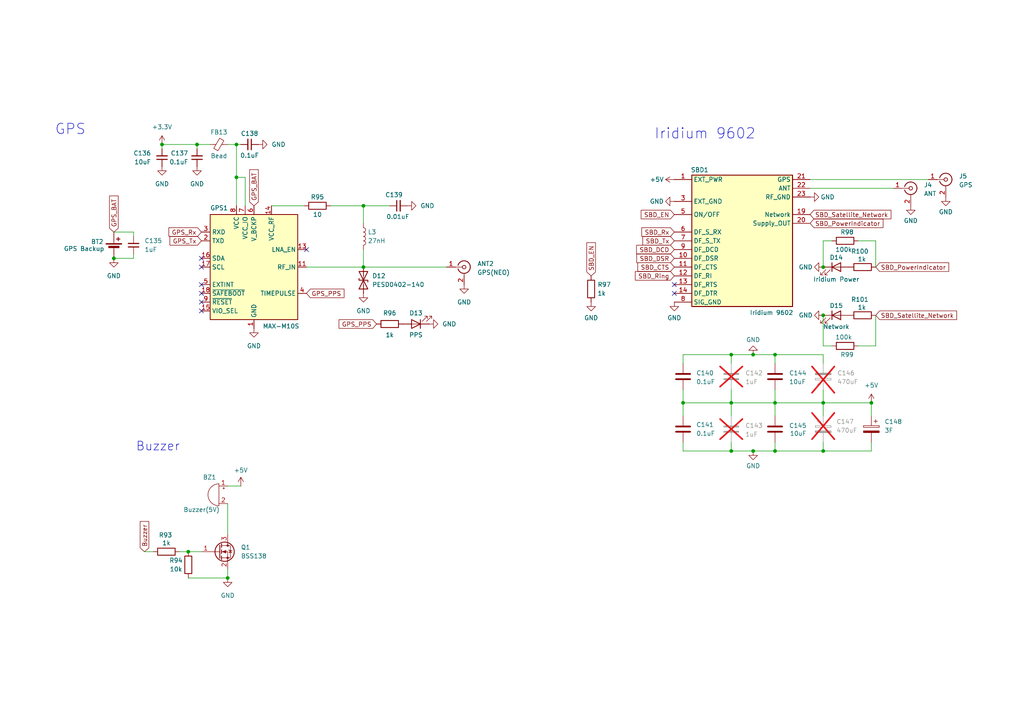
<source format=kicad_sch>
(kicad_sch (version 20250114) (generator "eeschema") (generator_version "9.0")
  (paper "A4")
  (title_block (title "Additional Parts") (date "2025-05-27") (rev "1.0") (company "Robotics"))
  (lib_symbols
    (symbol "Connector:Conn_Coaxial" (pin_names (offset 1.016) (hide yes))
      (property "Reference" "J" (at 0.254 3.048 0))
      (property "Value" "Conn_Coaxial" (at 2.921 0 90))
      (symbol "Conn_Coaxial_0_1"
        (polyline (pts (xy -2.54 0) (xy -0.508 0)))
        (arc (start 1.778 0) (mid 0.222 -1.8079) (end -1.778 -0.508) (stroke (width 0.254)))
        (arc (start -1.778 0.508) (mid 0.2221 1.8084) (end 1.778 0) (stroke (width 0.254)))
        (circle (center 0 0) (radius 0.508) (stroke (width 0.2032)))
        (polyline (pts (xy 0 -2.54) (xy 0 -1.778)))
      )
      (symbol "Conn_Coaxial_1_1"
        (pin passive line (at -5.08 0 0) (length 2.54) (name "In") (number "1"))
        (pin passive line (at 0 -5.08 90) (length 2.54) (name "Ext") (number "2"))
      )
    )
    (symbol "Device:Battery_Cell" (pin_numbers (hide yes)) (pin_names (offset 0) (hide yes))
      (property "Reference" "BT" (at 2.54 2.54 0))
      (property "Value" "Battery_Cell" (at 2.54 0 0))
      (symbol "Battery_Cell_0_1"
        (rectangle (start -2.286 1.778) (end 2.286 1.524) (fill (type outline)))
        (rectangle (start -1.524 1.016) (end 1.524 0.508) (fill (type outline)))
        (polyline (pts (xy 0 1.778) (xy 0 2.54)))
        (polyline (pts (xy 0 0.762) (xy 0 0)))
        (polyline (pts (xy 0.762 3.048) (xy 1.778 3.048)) (stroke (width 0.254)))
        (polyline (pts (xy 1.27 3.556) (xy 1.27 2.54)) (stroke (width 0.254)))
      )
      (symbol "Battery_Cell_1_1"
        (pin passive line (at 0 5.08 270) (length 2.54) (name "+") (number "1"))
        (pin passive line (at 0 -2.54 90) (length 2.54) (name "-") (number "2"))
      )
    )
    (symbol "Device:Buzzer" (pin_names (offset 0.0254) (hide yes))
      (property "Reference" "BZ" (at 3.81 1.27 0))
      (property "Value" "Buzzer" (at 3.81 -1.27 0))
      (symbol "Buzzer_0_1"
        (polyline (pts (xy -1.651 1.905) (xy -1.143 1.905)))
        (polyline (pts (xy -1.397 2.159) (xy -1.397 1.651)))
        (arc (start 0 3.175) (mid 3.1612 0) (end 0 -3.175))
        (polyline (pts (xy 0 3.175) (xy 0 -3.175)))
      )
      (symbol "Buzzer_1_1"
        (pin passive line (at -2.54 2.54 0) (length 2.54) (name "-") (number "1"))
        (pin passive line (at -2.54 -2.54 0) (length 2.54) (name "+") (number "2"))
      )
    )
    (symbol "Device:C" (pin_numbers (hide yes)) (pin_names (offset 0.254))
      (property "Reference" "C" (at 0.635 2.54 0))
      (property "Value" "C" (at 0.635 -2.54 0))
      (symbol "C_0_1"
        (polyline (pts (xy -2.032 0.762) (xy 2.032 0.762)) (stroke (width 0.508)))
        (polyline (pts (xy -2.032 -0.762) (xy 2.032 -0.762)) (stroke (width 0.508)))
      )
      (symbol "C_1_1"
        (pin passive line (at 0 3.81 270) (length 2.794) (name "~") (number "1"))
        (pin passive line (at 0 -3.81 90) (length 2.794) (name "~") (number "2"))
      )
    )
    (symbol "Device:C_Polarized" (pin_numbers (hide yes)) (pin_names (offset 0.254))
      (property "Reference" "C" (at 0.635 2.54 0))
      (property "Value" "C_Polarized" (at 0.635 -2.54 0))
      (symbol "C_Polarized_0_1"
        (rectangle (start -2.286 0.508) (end 2.286 1.016))
        (polyline (pts (xy -1.778 2.286) (xy -0.762 2.286)))
        (polyline (pts (xy -1.27 2.794) (xy -1.27 1.778)))
        (rectangle (start 2.286 -0.508) (end -2.286 -1.016) (fill (type outline)))
      )
      (symbol "C_Polarized_1_1"
        (pin passive line (at 0 3.81 270) (length 2.794) (name "~") (number "1"))
        (pin passive line (at 0 -3.81 90) (length 2.794) (name "~") (number "2"))
      )
    )
    (symbol "Device:C_Small" (pin_numbers (hide yes)) (pin_names (offset 0.254) (hide yes))
      (property "Reference" "C" (at 0.254 1.778 0))
      (property "Value" "C_Small" (at 0.254 -2.032 0))
      (symbol "C_Small_0_1"
        (polyline (pts (xy -1.524 0.508) (xy 1.524 0.508)) (stroke (width 0.3048)))
        (polyline (pts (xy -1.524 -0.508) (xy 1.524 -0.508)) (stroke (width 0.3302)))
      )
      (symbol "C_Small_1_1"
        (pin passive line (at 0 2.54 270) (length 2.032) (name "~") (number "1"))
        (pin passive line (at 0 -2.54 90) (length 2.032) (name "~") (number "2"))
      )
    )
    (symbol "Device:D_TVS" (pin_numbers (hide yes)) (pin_names (offset 1.016) (hide yes))
      (property "Reference" "D" (at 0 2.54 0))
      (property "Value" "D_TVS" (at 0 -2.54 0))
      (symbol "D_TVS_0_1"
        (polyline (pts (xy -2.54 1.27) (xy -2.54 -1.27) (xy 2.54 1.27) (xy 2.54 -1.27) (xy -2.54 1.27)) (stroke (width 0.254)))
        (polyline (pts (xy 0.508 1.27) (xy 0 1.27) (xy 0 -1.27) (xy -0.508 -1.27)) (stroke (width 0.254)))
        (polyline (pts (xy 1.27 0) (xy -1.27 0)))
      )
      (symbol "D_TVS_1_1"
        (pin passive line (at -3.81 0 0) (length 2.54) (name "A1") (number "1"))
        (pin passive line (at 3.81 0 180) (length 2.54) (name "A2") (number "2"))
      )
    )
    (symbol "Device:FerriteBead_Small" (pin_numbers (hide yes)) (pin_names (offset 0))
      (property "Reference" "FB" (at 1.905 1.27 0))
      (property "Value" "FerriteBead_Small" (at 1.905 -1.27 0))
      (symbol "FerriteBead_Small_0_1"
        (polyline (pts (xy -1.8288 0.2794) (xy -1.1176 1.4986) (xy 1.8288 -0.2032) (xy 1.1176 -1.4224) (xy -1.8288 0.2794)))
        (polyline (pts (xy 0 0.889) (xy 0 1.2954)))
        (polyline (pts (xy 0 -1.27) (xy 0 -0.7874)))
      )
      (symbol "FerriteBead_Small_1_1"
        (pin passive line (at 0 2.54 270) (length 1.27) (name "~") (number "1"))
        (pin passive line (at 0 -2.54 90) (length 1.27) (name "~") (number "2"))
      )
    )
    (symbol "Device:L" (pin_numbers (hide yes)) (pin_names (offset 1.016) (hide yes))
      (property "Reference" "L" (at -1.27 0 90))
      (property "Value" "L" (at 1.905 0 90))
      (symbol "L_0_1"
        (arc (start 0 2.54) (mid 0.6323 1.905) (end 0 1.27))
        (arc (start 0 1.27) (mid 0.6323 0.635) (end 0 0))
        (arc (start 0 0) (mid 0.6323 -0.635) (end 0 -1.27))
        (arc (start 0 -1.27) (mid 0.6323 -1.905) (end 0 -2.54))
      )
      (symbol "L_1_1"
        (pin passive line (at 0 3.81 270) (length 1.27) (name "1") (number "1"))
        (pin passive line (at 0 -3.81 90) (length 1.27) (name "2") (number "2"))
      )
    )
    (symbol "Device:LED" (pin_numbers (hide yes)) (pin_names (offset 1.016) (hide yes))
      (property "Reference" "D" (at 0 2.54 0))
      (property "Value" "LED" (at 0 -2.54 0))
      (symbol "LED_0_1"
        (polyline (pts (xy -3.048 -0.762) (xy -4.572 -2.286) (xy -3.81 -2.286) (xy -4.572 -2.286) (xy -4.572 -1.524)))
        (polyline (pts (xy -1.778 -0.762) (xy -3.302 -2.286) (xy -2.54 -2.286) (xy -3.302 -2.286) (xy -3.302 -1.524)))
        (polyline (pts (xy -1.27 0) (xy 1.27 0)))
        (polyline (pts (xy -1.27 -1.27) (xy -1.27 1.27)) (stroke (width 0.254)))
        (polyline (pts (xy 1.27 -1.27) (xy 1.27 1.27) (xy -1.27 0) (xy 1.27 -1.27)) (stroke (width 0.254)))
      )
      (symbol "LED_1_1"
        (pin passive line (at -3.81 0 0) (length 2.54) (name "K") (number "1"))
        (pin passive line (at 3.81 0 180) (length 2.54) (name "A") (number "2"))
      )
    )
    (symbol "Device:R" (pin_numbers (hide yes)) (pin_names (offset 0))
      (property "Reference" "R" (at 2.032 0 90))
      (property "Value" "R" (at 0 0 90))
      (symbol "R_0_1"
        (rectangle (start -1.016 -2.54) (end 1.016 2.54) (stroke (width 0.254)))
      )
      (symbol "R_1_1"
        (pin passive line (at 0 3.81 270) (length 1.27) (name "~") (number "1"))
        (pin passive line (at 0 -3.81 90) (length 1.27) (name "~") (number "2"))
      )
    )
    (symbol "LED_1" (pin_numbers (hide yes)) (pin_names (offset 1.016) (hide yes))
      (property "Reference" "D" (at 0 2.54 0))
      (property "Value" "LED" (at 0 -2.54 0))
      (symbol "LED_1_0_1"
        (polyline (pts (xy -3.048 -0.762) (xy -4.572 -2.286) (xy -3.81 -2.286) (xy -4.572 -2.286) (xy -4.572 -1.524)))
        (polyline (pts (xy -1.778 -0.762) (xy -3.302 -2.286) (xy -2.54 -2.286) (xy -3.302 -2.286) (xy -3.302 -1.524)))
        (polyline (pts (xy -1.27 0) (xy 1.27 0)))
        (polyline (pts (xy -1.27 -1.27) (xy -1.27 1.27)) (stroke (width 0.254)))
        (polyline (pts (xy 1.27 -1.27) (xy 1.27 1.27) (xy -1.27 0) (xy 1.27 -1.27)) (stroke (width 0.254)))
      )
      (symbol "LED_1_1_1"
        (pin passive line (at -3.81 0 0) (length 2.54) (name "K") (number "1"))
        (pin passive line (at 3.81 0 180) (length 2.54) (name "A") (number "2"))
      )
    )
    (symbol "MY_RF:Iridium_9602"
      (property "Reference" "SBD" (at 2.286 3.048 0))
      (property "Value" "Iridium 9602" (at 14.732 -38.608 0))
      (symbol "Iridium_9602_1_1"
        (rectangle (start 0 1.27) (end 29.21 -36.83) (stroke (width 0.3)) (fill (type background)))
        (pin power_in line (at -5.08 0 0) (length 5.08) (name "EXT_PWR") (number "1"))
        (pin power_in line (at -5.08 0 0) (length 5.08) (hide yes) (name "EXT_PWR") (number "2"))
        (pin power_in line (at -5.08 -6.35 0) (length 5.08) (name "EXT_GND") (number "3"))
        (pin power_in line (at -5.08 -6.35 0) (length 5.08) (hide yes) (name "EXT_GND") (number "4"))
        (pin input line (at -5.08 -10.16 0) (length 5.08) (name "ON/OFF") (number "5"))
        (pin output line (at -5.08 -15.24 0) (length 5.08) (name "DF_S_RX") (number "6"))
        (pin input line (at -5.08 -17.78 0) (length 5.08) (name "DF_S_TX") (number "7"))
        (pin output line (at -5.08 -20.32 0) (length 5.08) (name "DF_DCD") (number "9"))
        (pin output line (at -5.08 -22.86 0) (length 5.08) (name "DF_DSR") (number "10"))
        (pin output line (at -5.08 -25.4 0) (length 5.08) (name "DF_CTS") (number "11"))
        (pin output line (at -5.08 -27.94 0) (length 5.08) (name "DF_RI") (number "12"))
        (pin input line (at -5.08 -30.48 0) (length 5.08) (name "DF_RTS") (number "13"))
        (pin input line (at -5.08 -33.02 0) (length 5.08) (name "DF_DTR") (number "14"))
        (pin power_in line (at -5.08 -35.56 0) (length 5.08) (hide yes) (name "SIG_GND") (number "15"))
        (pin power_in line (at -5.08 -35.56 0) (length 5.08) (hide yes) (name "SIG_GND") (number "18"))
        (pin power_in line (at -5.08 -35.56 0) (length 5.08) (name "SIG_GND") (number "8"))
        (pin input line (at 34.29 0 180) (length 5.08) (name "GPS") (number "21"))
        (pin input line (at 34.29 -2.54 180) (length 5.08) (name "ANT") (number "22"))
        (pin input line (at 34.29 -5.08 180) (length 5.08) (name "RF_GND") (number "23"))
        (pin output line (at 34.29 -10.16 180) (length 5.08) (name "Network") (number "19"))
        (pin power_out line (at 34.29 -12.7 180) (length 5.08) (name "Supply_OUT") (number "20"))
      )
    )
    (symbol "RF_GPS:MAX-M10S"
      (property "Reference" "U" (at -10.16 16.51 0))
      (property "Value" "MAX-M10S" (at 11.43 16.51 0))
      (symbol "MAX-M10S_0_1"
        (rectangle (start 12.7 15.24) (end -12.7 -15.24) (stroke (width 0.254)) (fill (type background)))
      )
      (symbol "MAX-M10S_1_1"
        (pin input line (at -15.24 10.16 0) (length 2.54) (name "RXD") (number "3"))
        (pin output line (at -15.24 7.62 0) (length 2.54) (name "TXD") (number "2"))
        (pin bidirectional line (at -15.24 2.54 0) (length 2.54) (name "SDA") (number "16"))
        (pin input line (at -15.24 0 0) (length 2.54) (name "SCL") (number "17"))
        (pin input line (at -15.24 -5.08 0) (length 2.54) (name "EXTINT") (number "5"))
        (pin input line (at -15.24 -7.62 0) (length 2.54) (name "~{SAFEBOOT}") (number "18"))
        (pin input line (at -15.24 -10.16 0) (length 2.54) (name "~{RESET}") (number "9"))
        (pin input line (at -15.24 -12.7 0) (length 2.54) (name "VIO_SEL") (number "15"))
        (pin power_in line (at -5.08 17.78 270) (length 2.54) (name "VCC") (number "8"))
        (pin power_in line (at -2.54 17.78 270) (length 2.54) (name "VCC_IO") (number "7"))
        (pin power_in line (at 0 17.78 270) (length 2.54) (name "V_BCKP") (number "6"))
        (pin power_in line (at 0 -17.78 90) (length 2.54) (name "GND") (number "1"))
        (pin passive line (at 0 -17.78 90) (length 2.54) (hide yes) (name "GND") (number "10"))
        (pin passive line (at 0 -17.78 90) (length 2.54) (hide yes) (name "GND") (number "12"))
        (pin power_out line (at 5.08 17.78 270) (length 2.54) (name "VCC_RF") (number "14"))
        (pin output line (at 15.24 5.08 180) (length 2.54) (name "LNA_EN") (number "13"))
        (pin input line (at 15.24 0 180) (length 2.54) (name "RF_IN") (number "11"))
        (pin output line (at 15.24 -7.62 180) (length 2.54) (name "TIMEPULSE") (number "4"))
      )
    )
    (symbol "Transistor_FET:BSS138" (pin_names (hide yes))
      (property "Reference" "Q" (at 5.08 1.905 0))
      (property "Value" "BSS138" (at 5.08 0 0))
      (symbol "BSS138_0_1"
        (polyline (pts (xy 0.254 1.905) (xy 0.254 -1.905)) (stroke (width 0.254)))
        (polyline (pts (xy 0.254 0) (xy -2.54 0)))
        (polyline (pts (xy 0.762 2.286) (xy 0.762 1.27)) (stroke (width 0.254)))
        (polyline (pts (xy 0.762 0.508) (xy 0.762 -0.508)) (stroke (width 0.254)))
        (polyline (pts (xy 0.762 -1.27) (xy 0.762 -2.286)) (stroke (width 0.254)))
        (polyline (pts (xy 0.762 -1.778) (xy 3.302 -1.778) (xy 3.302 1.778) (xy 0.762 1.778)))
        (polyline (pts (xy 1.016 0) (xy 2.032 0.381) (xy 2.032 -0.381) (xy 1.016 0)) (fill (type outline)))
        (circle (center 1.651 0) (radius 2.794) (stroke (width 0.254)))
        (polyline (pts (xy 2.54 2.54) (xy 2.54 1.778)))
        (circle (center 2.54 1.778) (radius 0.254) (fill (type outline)))
        (circle (center 2.54 -1.778) (radius 0.254) (fill (type outline)))
        (polyline (pts (xy 2.54 -2.54) (xy 2.54 0) (xy 0.762 0)))
        (polyline (pts (xy 2.794 0.508) (xy 2.921 0.381) (xy 3.683 0.381) (xy 3.81 0.254)))
        (polyline (pts (xy 3.302 0.381) (xy 2.921 -0.254) (xy 3.683 -0.254) (xy 3.302 0.381)))
      )
      (symbol "BSS138_1_1"
        (pin input line (at -5.08 0 0) (length 2.54) (name "G") (number "1"))
        (pin passive line (at 2.54 5.08 270) (length 2.54) (name "D") (number "3"))
        (pin passive line (at 2.54 -5.08 90) (length 2.54) (name "S") (number "2"))
      )
    )
    (symbol "power:+3.3V" (power) (pin_names (offset 0))
      (property "Value" "+3.3V" (at 0 3.556 0))
      (symbol "+3.3V_0_1"
        (polyline (pts (xy -0.762 1.27) (xy 0 2.54)))
        (polyline (pts (xy 0 2.54) (xy 0.762 1.27)))
        (polyline (pts (xy 0 0) (xy 0 2.54)))
      )
      (symbol "+3.3V_1_1"
        (pin power_in line (at 0 0 90) (length 0) (hide yes) (name "+3.3V") (number "1"))
      )
    )
    (symbol "power:+5V" (power) (pin_numbers (hide yes)) (pin_names (offset 0) (hide yes))
      (property "Value" "+5V" (at 0 3.556 0))
      (symbol "+5V_0_1"
        (polyline (pts (xy -0.762 1.27) (xy 0 2.54)))
        (polyline (pts (xy 0 2.54) (xy 0.762 1.27)))
        (polyline (pts (xy 0 0) (xy 0 2.54)))
      )
      (symbol "+5V_1_1"
        (pin power_in line (at 0 0 90) (length 0) (name "~") (number "1"))
      )
    )
    (symbol "power:GND" (power) (pin_numbers (hide yes)) (pin_names (offset 0) (hide yes))
      (property "Value" "GND" (at 0 -3.81 0))
      (symbol "GND_0_1"
        (polyline (pts (xy 0 0) (xy 0 -1.27) (xy 1.27 -1.27) (xy 0 -2.54) (xy -1.27 -1.27) (xy 0 -1.27)))
      )
      (symbol "GND_1_1"
        (pin power_in line (at 0 0 270) (length 0) (name "~") (number "1"))
      )
    )
  )
  (text "Iridium 9602" (at 189.738 40.64 0) (effects (font (size 3 3)) (justify left bottom)))
  (text "Buzzer" (at 39.37 131.064 0) (effects (font (size 2.54 2.54)) (justify left bottom)))
  (text "GPS" (at 15.875 39.37 0) (effects (font (size 3 3)) (justify left bottom)))
  (junction (at 224.79 116.84))
  (junction (at 66.04 167.64))
  (junction (at 212.09 116.84))
  (junction (at 224.79 102.87))
  (junction (at 33.02 74.93))
  (junction (at 218.44 102.87))
  (junction (at 54.61 160.02))
  (junction (at 238.76 116.84))
  (junction (at 224.79 130.81))
  (junction (at 57.15 41.91))
  (junction (at 68.58 41.91))
  (junction (at 218.44 130.81))
  (junction (at 238.76 77.47))
  (junction (at 212.09 102.87))
  (junction (at 238.76 130.81))
  (junction (at 105.41 77.47))
  (junction (at 212.09 130.81))
  (junction (at 252.73 116.84))
  (junction (at 105.41 59.69))
  (junction (at 68.58 51.435))
  (junction (at 46.99 41.91))
  (junction (at 198.12 116.84))
  (junction (at 238.76 91.44))
  (no_connect (at 58.42 74.93))
  (no_connect (at 195.58 82.55))
  (no_connect (at 58.42 85.09))
  (no_connect (at 58.42 82.55))
  (no_connect (at 88.9 72.39))
  (no_connect (at 58.42 77.47))
  (no_connect (at 195.58 85.09))
  (no_connect (at 58.42 90.17))
  (no_connect (at 58.42 87.63))
  (wire (pts (xy 224.79 116.84) (xy 238.76 116.84)))
  (wire (pts (xy 69.85 41.91) (xy 68.58 41.91)))
  (wire (pts (xy 212.09 116.84) (xy 212.09 120.65)))
  (wire (pts (xy 54.61 160.02) (xy 58.42 160.02)))
  (wire (pts (xy 46.99 41.91) (xy 57.15 41.91)))
  (wire (pts (xy 41.91 160.02) (xy 44.45 160.02)))
  (wire (pts (xy 198.12 102.87) (xy 212.09 102.87)))
  (wire (pts (xy 238.76 116.84) (xy 238.76 120.65)))
  (wire (pts (xy 198.12 116.84) (xy 212.09 116.84)))
  (wire (pts (xy 198.12 105.41) (xy 198.12 102.87)))
  (wire (pts (xy 66.04 41.91) (xy 68.58 41.91)))
  (wire (pts (xy 198.12 128.27) (xy 198.12 130.81)))
  (wire (pts (xy 212.09 105.41) (xy 212.09 102.87)))
  (wire (pts (xy 57.15 41.91) (xy 57.15 43.18)))
  (wire (pts (xy 238.76 105.41) (xy 238.76 102.87)))
  (wire (pts (xy 212.09 102.87) (xy 218.44 102.87)))
  (wire (pts (xy 241.3 69.85) (xy 238.76 69.85)))
  (wire (pts (xy 238.76 128.27) (xy 238.76 130.81)))
  (wire (pts (xy 212.09 113.03) (xy 212.09 116.84)))
  (wire (pts (xy 238.76 113.03) (xy 238.76 116.84)))
  (wire (pts (xy 254 69.85) (xy 254 77.47)))
  (wire (pts (xy 252.73 128.27) (xy 252.73 130.81)))
  (wire (pts (xy 52.07 160.02) (xy 54.61 160.02)))
  (wire (pts (xy 224.79 130.81) (xy 238.76 130.81)))
  (wire (pts (xy 254 100.33) (xy 254 91.44)))
  (wire (pts (xy 95.885 59.69) (xy 105.41 59.69)))
  (wire (pts (xy 68.58 51.435) (xy 68.58 59.69)))
  (wire (pts (xy 54.61 167.64) (xy 66.04 167.64)))
  (wire (pts (xy 238.76 102.87) (xy 224.79 102.87)))
  (wire (pts (xy 234.95 54.61) (xy 259.08 54.61)))
  (wire (pts (xy 198.12 130.81) (xy 212.09 130.81)))
  (wire (pts (xy 66.04 167.64) (xy 66.04 165.1)))
  (wire (pts (xy 198.12 116.84) (xy 198.12 120.65)))
  (wire (pts (xy 68.58 41.91) (xy 68.58 51.435)))
  (wire (pts (xy 66.04 146.05) (xy 66.04 154.94)))
  (wire (pts (xy 105.41 59.69) (xy 113.03 59.69)))
  (wire (pts (xy 69.85 140.97) (xy 66.04 140.97)))
  (wire (pts (xy 238.76 69.85) (xy 238.76 77.47)))
  (wire (pts (xy 238.76 100.33) (xy 238.76 91.44)))
  (wire (pts (xy 224.79 105.41) (xy 224.79 102.87)))
  (wire (pts (xy 78.74 59.69) (xy 88.265 59.69)))
  (wire (pts (xy 38.735 74.93) (xy 38.735 73.66)))
  (wire (pts (xy 234.95 52.07) (xy 269.24 52.07)))
  (wire (pts (xy 46.99 41.91) (xy 46.99 43.18)))
  (wire (pts (xy 248.92 100.33) (xy 254 100.33)))
  (wire (pts (xy 238.76 116.84) (xy 252.73 116.84)))
  (wire (pts (xy 212.09 128.27) (xy 212.09 130.81)))
  (wire (pts (xy 224.79 116.84) (xy 224.79 120.65)))
  (wire (pts (xy 218.44 130.81) (xy 224.79 130.81)))
  (wire (pts (xy 241.3 100.33) (xy 238.76 100.33)))
  (wire (pts (xy 88.9 77.47) (xy 105.41 77.47)))
  (wire (pts (xy 252.73 116.84) (xy 252.73 120.65)))
  (wire (pts (xy 105.41 59.69) (xy 105.41 64.77)))
  (wire (pts (xy 248.92 69.85) (xy 254 69.85)))
  (wire (pts (xy 71.12 51.435) (xy 71.12 59.69)))
  (wire (pts (xy 198.12 113.03) (xy 198.12 116.84)))
  (wire (pts (xy 218.44 102.87) (xy 224.79 102.87)))
  (wire (pts (xy 38.735 67.31) (xy 38.735 68.58)))
  (wire (pts (xy 212.09 130.81) (xy 218.44 130.81)))
  (wire (pts (xy 105.41 77.47) (xy 129.54 77.47)))
  (wire (pts (xy 57.15 41.91) (xy 60.96 41.91)))
  (wire (pts (xy 224.79 128.27) (xy 224.79 130.81)))
  (wire (pts (xy 252.73 130.81) (xy 238.76 130.81)))
  (wire (pts (xy 212.09 116.84) (xy 224.79 116.84)))
  (wire (pts (xy 33.02 74.93) (xy 38.735 74.93)))
  (wire (pts (xy 224.79 113.03) (xy 224.79 116.84)))
  (wire (pts (xy 68.58 51.435) (xy 71.12 51.435)))
  (wire (pts (xy 33.02 67.31) (xy 38.735 67.31)))
  (wire (pts (xy 105.41 72.39) (xy 105.41 77.47)))
  (global_label "SBD_Rx" (shape input) (at 195.58 67.31 180) (property "Intersheetrefs" "${INTERSHEET_REFS}" (effects (hide yes))))
  (global_label "SBD_DCD" (shape input) (at 195.58 72.39 180) (property "Intersheetrefs" "${INTERSHEET_REFS}" (effects (hide yes))))
  (global_label "GPS_PPS" (shape input) (at 109.22 93.98 180) (property "Intersheetrefs" "${INTERSHEET_REFS}" (effects (hide yes))))
  (global_label "SBD_Satellite_Network" (shape input) (at 254 91.44 0) (property "Intersheetrefs" "${INTERSHEET_REFS}" (effects (hide yes))))
  (global_label "SBD_DSR" (shape input) (at 195.58 74.93 180) (property "Intersheetrefs" "${INTERSHEET_REFS}" (effects (hide yes))))
  (global_label "SBD_EN" (shape input) (at 171.45 80.01 90) (property "Intersheetrefs" "${INTERSHEET_REFS}" (effects (hide yes))))
  (global_label "SBD_CTS" (shape input) (at 195.58 77.47 180) (property "Intersheetrefs" "${INTERSHEET_REFS}" (effects (hide yes))))
  (global_label "SBD_Satellite_Network" (shape input) (at 234.95 62.23 0) (property "Intersheetrefs" "${INTERSHEET_REFS}" (effects (hide yes))))
  (global_label "SBD_Ring" (shape input) (at 195.58 80.01 180) (property "Intersheetrefs" "${INTERSHEET_REFS}" (effects (hide yes))))
  (global_label "GPS_BAT" (shape input) (at 33.02 67.31 90) (property "Intersheetrefs" "${INTERSHEET_REFS}" (effects (hide yes))))
  (global_label "Buzzer" (shape input) (at 41.91 160.02 90) (property "Intersheetrefs" "${INTERSHEET_REFS}" (effects (hide yes))))
  (global_label "SBD_Tx" (shape input) (at 195.58 69.85 180) (property "Intersheetrefs" "${INTERSHEET_REFS}" (effects (hide yes))))
  (global_label "GPS_Tx" (shape input) (at 58.42 69.85 180) (property "Intersheetrefs" "${INTERSHEET_REFS}" (effects (hide yes))))
  (global_label "GPS_BAT" (shape input) (at 73.66 59.69 90) (property "Intersheetrefs" "${INTERSHEET_REFS}" (effects (hide yes))))
  (global_label "SBD_PowerIndicator" (shape input) (at 254 77.47 0) (property "Intersheetrefs" "${INTERSHEET_REFS}" (effects (hide yes))))
  (global_label "SBD_EN" (shape input) (at 195.58 62.23 180) (property "Intersheetrefs" "${INTERSHEET_REFS}" (effects (hide yes))))
  (global_label "GPS_PPS" (shape input) (at 88.9 85.09 0) (property "Intersheetrefs" "${INTERSHEET_REFS}" (effects (hide yes))))
  (global_label "GPS_Rx" (shape input) (at 58.42 67.31 180) (property "Intersheetrefs" "${INTERSHEET_REFS}" (effects (hide yes))))
  (global_label "SBD_PowerIndicator" (shape input) (at 234.95 64.77 0) (property "Intersheetrefs" "${INTERSHEET_REFS}" (effects (hide yes))))
  (symbol (lib_id "Device:Buzzer") (at 63.5 143.51 0) (mirror y) (unit 1)
    (property "Reference" "BZ1" (at 62.738 138.43 0) (effects (justify left)))
    (property "Value" "Buzzer(5V)" (at 63.754 147.828 0) (effects (justify left)))
    (property "Footprint" "Buzzer_Beeper:Buzzer_12x9.5RM7.6" (effects (hide yes)))
  )
  (symbol (lib_id "power:GND") (at 195.58 87.63 0) (unit 1)
    (property "Reference" "#PWR0183" (effects (hide yes)))
    (property "Value" "GND" (at 195.58 92.202 0))
    (property "Description" "Power symbol creates a global label with name \"GND\" , ground" (effects (hide yes)))
  )
  (symbol (lib_id "power:GND") (at 57.15 48.26 0) (unit 1)
    (property "Reference" "#PWR0171" (effects (hide yes)))
    (property "Value" "GND" (at 57.15 53.34 0))
    (property "Description" "Power symbol creates a global label with name \"GND\" , ground" (effects (hide yes)))
  )
  (symbol (lib_id "Device:D_TVS") (at 105.41 81.28 90) (unit 1)
    (property "Reference" "D12" (at 107.95 80.0099 90) (effects (justify right)))
    (property "Value" "PESD0402-140" (at 107.95 82.55 90) (effects (justify right)))
    (property "Footprint" "Diode_SMD:D_0402_1005Metric_Pad0.77x0.64mm_HandSolder" (effects (hide yes)))
  )
  (symbol (lib_id "power:GND") (at 264.16 59.69 0) (mirror y) (unit 1)
    (property "Reference" "#PWR0190" (effects (hide yes)))
    (property "Value" "GND" (at 264.16 64.008 0))
    (property "Description" "Power symbol creates a global label with name \"GND\" , ground" (effects (hide yes)))
  )
  (symbol (lib_id "Device:C") (at 212.09 109.22 0) (unit 1) (in_bom no) (on_board no) (dnp yes)
    (property "Reference" "C142" (at 216.154 108.204 0) (effects (justify left)))
    (property "Value" "1uF" (at 216.154 110.744 0) (effects (justify left)))
    (property "Footprint" "Capacitor_SMD:C_0805_2012Metric" (effects (hide yes)))
    (property "Description" "Unpolarized capacitor" (effects (hide yes)))
  )
  (symbol (lib_id "Device:R") (at 171.45 83.82 180) (unit 1)
    (property "Reference" "R97" (at 175.26 82.55 0))
    (property "Value" "1k" (at 174.498 85.09 0))
    (property "Footprint" "Resistor_SMD:R_0805_2012Metric" (effects (hide yes)))
  )
  (symbol (lib_id "power:+5V") (at 69.85 140.97 0) (unit 1)
    (property "Reference" "#PWR0173" (effects (hide yes)))
    (property "Value" "+5V" (at 69.85 136.398 0))
    (property "Description" "Power symbol creates a global label with name \"+5V\"" (effects (hide yes)))
  )
  (symbol (lib_id "Device:R") (at 250.19 91.44 90) (unit 1)
    (property "Reference" "R101" (at 251.968 86.868 90) (effects (justify left)))
    (property "Value" "1k" (at 251.206 89.154 90) (effects (justify left)))
    (property "Footprint" "Resistor_SMD:R_0805_2012Metric" (effects (hide yes)))
    (property "Description" "Resistor" (effects (hide yes)))
  )
  (symbol (lib_id "Device:C") (at 198.12 124.46 0) (unit 1)
    (property "Reference" "C141" (at 201.93 123.1899 0) (effects (justify left)))
    (property "Value" "0.1uF" (at 201.93 125.7299 0) (effects (justify left)))
    (property "Footprint" "Capacitor_SMD:C_0805_2012Metric" (effects (hide yes)))
    (property "Description" "Unpolarized capacitor" (effects (hide yes)))
  )
  (symbol (lib_id "Device:Battery_Cell") (at 33.02 72.39 0) (unit 1)
    (property "Reference" "BT2" (at 28.194 70.104 0))
    (property "Value" "GPS Backup" (at 24.384 72.136 0))
    (property "Footprint" "PCB:BAT-HLD-001" (effects (hide yes)))
    (property "Description" "Single-cell battery" (effects (hide yes)))
  )
  (symbol (lib_id "Device:R") (at 92.075 59.69 90) (unit 1)
    (property "Reference" "R95" (at 92.075 57.15 90))
    (property "Value" "10" (at 92.075 62.23 90))
    (property "Footprint" "Resistor_SMD:R_0805_2012Metric" (effects (hide yes)))
  )
  (symbol (lib_id "Device:C_Polarized") (at 238.76 109.22 0) (mirror x) (unit 1) (in_bom no) (on_board no) (dnp yes)
    (property "Reference" "C146" (at 242.824 108.204 0) (effects (justify left)))
    (property "Value" "470uF" (at 242.824 110.744 0) (effects (justify left)))
    (property "Footprint" "PCB:MVG25WV470M" (effects (hide yes)))
    (property "Description" "Polarized capacitor" (effects (hide yes)))
  )
  (symbol (lib_id "Connector:Conn_Coaxial") (at 134.62 77.47 0) (unit 1)
    (property "Reference" "ANT2" (at 138.43 76.4931 0) (effects (justify left)))
    (property "Value" "GPS(NEO)" (at 138.43 79.0331 0) (effects (justify left)))
    (property "Footprint" "Connector_Coaxial:SMA_Amphenol_132134-11_Vertical" (effects (hide yes)))
    (property "Datasheet" " ~" (effects (hide yes)))
  )
  (symbol (lib_id "power:GND") (at 66.04 167.64 0) (unit 1)
    (property "Reference" "#PWR0172" (effects (hide yes)))
    (property "Value" "GND" (at 66.04 172.72 0))
    (property "Description" "Power symbol creates a global label with name \"GND\" , ground" (effects (hide yes)))
  )
  (symbol (lib_id "Device:C_Small") (at 72.39 41.91 270) (mirror x) (unit 1)
    (property "Reference" "C138" (at 72.39 38.735 90))
    (property "Value" "0.1uF" (at 72.39 45.085 90))
    (property "Footprint" "Capacitor_SMD:C_0805_2012Metric" (effects (hide yes)))
  )
  (symbol (lib_id "Device:C_Polarized") (at 252.73 124.46 0) (mirror y) (unit 1)
    (property "Reference" "C148" (at 256.54 122.3009 0) (effects (justify right)))
    (property "Value" "3F" (at 256.54 124.8409 0) (effects (justify right)))
    (property "Footprint" "PCB:PTV-6R0H505-R" (effects (hide yes)))
    (property "Description" "Polarized capacitor" (effects (hide yes)))
  )
  (symbol (lib_id "MY_RF:Iridium_9602") (at 200.66 52.07 0) (unit 1)
    (property "Reference" "SBD1" (at 202.946 49.276 0))
    (property "Value" "Iridium 9602" (at 223.774 90.678 0))
    (property "Footprint" "PCB:Iridium_9602" (effects (hide yes)))
  )
  (symbol (lib_id "Device:C_Polarized") (at 238.76 124.46 0) (unit 1) (in_bom no) (on_board no) (dnp yes)
    (property "Reference" "C147" (at 242.57 122.3009 0) (effects (justify left)))
    (property "Value" "470uF" (at 242.57 124.8409 0) (effects (justify left)))
    (property "Footprint" "PCB:MVG25WV470M" (effects (hide yes)))
    (property "Description" "Polarized capacitor" (effects (hide yes)))
  )
  (symbol (lib_id "Device:R") (at 245.11 69.85 90) (unit 1)
    (property "Reference" "R98" (at 247.65 67.31 90) (effects (justify left)))
    (property "Value" "100k" (at 247.142 72.39 90) (effects (justify left)))
    (property "Footprint" "Resistor_SMD:R_0805_2012Metric" (effects (hide yes)))
    (property "Description" "Resistor" (effects (hide yes)))
  )
  (symbol (lib_id "Connector:Conn_Coaxial") (at 264.16 54.61 0) (unit 1)
    (property "Reference" "J4" (at 267.97 53.6331 0) (effects (justify left)))
    (property "Value" "ANT" (at 267.97 56.1731 0) (effects (justify left)))
    (property "Footprint" "Connector_Coaxial:SMA_Amphenol_132134-11_Vertical" (effects (hide yes)))
    (property "Datasheet" " ~" (effects (hide yes)))
  )
  (symbol (lib_id "power:+3.3V") (at 46.99 41.91 0) (mirror y) (unit 1)
    (property "Reference" "#PWR0169" (effects (hide yes)))
    (property "Value" "+3.3V" (at 46.99 36.83 0))
  )
  (symbol (lib_id "power:GND") (at 74.93 41.91 90) (unit 1)
    (property "Reference" "#PWR0175" (effects (hide yes)))
    (property "Value" "GND" (at 78.74 41.9099 90) (effects (justify right)))
    (property "Description" "Power symbol creates a global label with name \"GND\" , ground" (effects (hide yes)))
  )
  (symbol (lib_id "Connector:Conn_Coaxial") (at 274.32 52.07 0) (unit 1)
    (property "Reference" "J5" (at 278.13 51.0931 0) (effects (justify left)))
    (property "Value" "GPS" (at 278.13 53.6331 0) (effects (justify left)))
    (property "Footprint" "Connector_Coaxial:SMA_Amphenol_132134-11_Vertical" (effects (hide yes)))
    (property "Datasheet" " ~" (effects (hide yes)))
  )
  (symbol (lib_id "power:GND") (at 134.62 82.55 0) (unit 1)
    (property "Reference" "#PWR0179" (effects (hide yes)))
    (property "Value" "GND" (at 134.62 87.63 0))
    (property "Description" "Power symbol creates a global label with name \"GND\" , ground" (effects (hide yes)))
  )
  (symbol (lib_id "power:GND") (at 33.02 74.93 0) (unit 1)
    (property "Reference" "#PWR0168" (effects (hide yes)))
    (property "Value" "GND" (at 33.02 80.01 0))
    (property "Description" "Power symbol creates a global label with name \"GND\" , ground" (effects (hide yes)))
  )
  (symbol (lib_id "Device:C_Small") (at 57.15 45.72 0) (mirror x) (unit 1)
    (property "Reference" "C137" (at 54.61 44.4435 0) (effects (justify right)))
    (property "Value" "0.1uF" (at 54.61 46.9835 0) (effects (justify right)))
    (property "Footprint" "Capacitor_SMD:C_0805_2012Metric" (effects (hide yes)))
  )
  (symbol (lib_id "power:GND") (at 218.44 130.81 0) (unit 1)
    (property "Reference" "#PWR0185" (effects (hide yes)))
    (property "Value" "GND" (at 218.44 135.128 0))
    (property "Description" "Power symbol creates a global label with name \"GND\" , ground" (effects (hide yes)))
  )
  (symbol (lib_id "Device:C") (at 224.79 109.22 0) (unit 1)
    (property "Reference" "C144" (at 228.854 108.204 0) (effects (justify left)))
    (property "Value" "10uF" (at 228.854 110.744 0) (effects (justify left)))
    (property "Footprint" "Capacitor_SMD:C_1210_3225Metric" (effects (hide yes)))
    (property "Description" "Unpolarized capacitor" (effects (hide yes)))
  )
  (symbol (lib_id "Device:C") (at 198.12 109.22 0) (unit 1)
    (property "Reference" "C140" (at 201.93 108.204 0) (effects (justify left)))
    (property "Value" "0.1uF" (at 201.93 110.744 0) (effects (justify left)))
    (property "Footprint" "Capacitor_SMD:C_0805_2012Metric" (effects (hide yes)))
    (property "Description" "Unpolarized capacitor" (effects (hide yes)))
  )
  (symbol (lib_id "power:GND") (at 105.41 85.09 0) (unit 1)
    (property "Reference" "#PWR0176" (effects (hide yes)))
    (property "Value" "GND" (at 105.41 90.17 0))
    (property "Description" "Power symbol creates a global label with name \"GND\" , ground" (effects (hide yes)))
  )
  (symbol (lib_id "Device:L") (at 105.41 68.58 0) (unit 1)
    (property "Reference" "L3" (at 106.68 67.3099 0) (effects (justify left)))
    (property "Value" "27nH" (at 106.68 69.8499 0) (effects (justify left)))
    (property "Footprint" "Inductor_SMD:L_0805_2012Metric" (effects (hide yes)))
  )
  (symbol (lib_id "power:+5V") (at 252.73 116.84 0) (unit 1)
    (property "Reference" "#PWR0189" (effects (hide yes)))
    (property "Value" "+5V" (at 252.73 111.76 0))
    (property "Description" "Power symbol creates a global label with name \"+5V\"" (effects (hide yes)))
  )
  (symbol (lib_id "Transistor_FET:BSS138") (at 63.5 160.02 0) (unit 1)
    (property "Reference" "Q1" (at 69.85 158.7499 0) (effects (justify left)))
    (property "Value" "BSS138" (at 69.85 161.2899 0) (effects (justify left)))
    (property "Footprint" "Package_TO_SOT_SMD:SOT-23" (effects (hide yes)))
    (property "Datasheet" "https://www.onsemi.com/pub/Collateral/BSS138-D.PDF" (effects (hide yes)))
    (property "Description" "50V Vds, 0.22A Id, N-Channel MOSFET, SOT-23" (effects (hide yes)))
  )
  (symbol (lib_id "Device:R") (at 48.26 160.02 90) (unit 1)
    (property "Reference" "R93" (at 48.006 155.194 90))
    (property "Value" "1k" (at 48.26 157.48 90))
    (property "Footprint" "Resistor_SMD:R_0805_2012Metric" (effects (hide yes)))
    (property "Description" "Resistor" (effects (hide yes)))
  )
  (symbol (lib_id "power:GND") (at 238.76 77.47 270) (mirror x) (unit 1)
    (property "Reference" "#PWR0187" (effects (hide yes)))
    (property "Value" "GND" (at 233.68 77.47 90))
    (property "Description" "Power symbol creates a global label with name \"GND\" , ground" (effects (hide yes)))
  )
  (symbol (lib_id "power:+5V") (at 195.58 52.07 90) (unit 1)
    (property "Reference" "#PWR0181" (effects (hide yes)))
    (property "Value" "+5V" (at 190.5 52.07 90))
    (property "Description" "Power symbol creates a global label with name \"+5V\"" (effects (hide yes)))
  )
  (symbol (lib_id "power:GND") (at 238.76 91.44 270) (mirror x) (unit 1)
    (property "Reference" "#PWR0188" (effects (hide yes)))
    (property "Value" "GND" (at 233.68 91.44 90))
    (property "Description" "Power symbol creates a global label with name \"GND\" , ground" (effects (hide yes)))
  )
  (symbol (lib_id "power:GND") (at 195.58 58.42 270) (unit 1)
    (property "Reference" "#PWR0182" (effects (hide yes)))
    (property "Value" "GND" (at 190.5 58.42 90))
    (property "Description" "Power symbol creates a global label with name \"GND\" , ground" (effects (hide yes)))
  )
  (symbol (lib_id "Device:C") (at 212.09 124.46 0) (unit 1) (in_bom no) (on_board no) (dnp yes)
    (property "Reference" "C143" (at 216.154 123.444 0) (effects (justify left)))
    (property "Value" "1uF" (at 216.154 125.984 0) (effects (justify left)))
    (property "Footprint" "Capacitor_SMD:C_0805_2012Metric" (effects (hide yes)))
    (property "Description" "Unpolarized capacitor" (effects (hide yes)))
  )
  (symbol (lib_id "power:GND") (at 73.66 95.25 0) (unit 1)
    (property "Reference" "#PWR0174" (effects (hide yes)))
    (property "Value" "GND" (at 73.66 100.33 0))
    (property "Description" "Power symbol creates a global label with name \"GND\" , ground" (effects (hide yes)))
  )
  (symbol (lib_id "Device:C_Small") (at 46.99 45.72 0) (mirror x) (unit 1)
    (property "Reference" "C136" (at 43.815 44.4435 0) (effects (justify right)))
    (property "Value" "10uF" (at 43.815 46.9835 0) (effects (justify right)))
    (property "Footprint" "Capacitor_SMD:C_1206_3216Metric" (effects (hide yes)))
  )
  (symbol (lib_id "Device:R") (at 245.11 100.33 90) (mirror x) (unit 1)
    (property "Reference" "R99" (at 247.65 102.87 90) (effects (justify left)))
    (property "Value" "100k" (at 247.142 97.79 90) (effects (justify left)))
    (property "Footprint" "Resistor_SMD:R_0805_2012Metric" (effects (hide yes)))
    (property "Description" "Resistor" (effects (hide yes)))
  )
  (symbol (lib_id "Device:C_Small") (at 115.57 59.69 90) (unit 1)
    (property "Reference" "C139" (at 116.84 56.515 90) (effects (justify left)))
    (property "Value" "0.01uF" (at 118.745 62.865 90) (effects (justify left)))
    (property "Footprint" "Capacitor_SMD:C_0805_2012Metric" (effects (hide yes)))
  )
  (symbol (lib_id "Device:C") (at 224.79 124.46 0) (unit 1)
    (property "Reference" "C145" (at 228.854 123.444 0) (effects (justify left)))
    (property "Value" "10uF" (at 233.934 125.73 0) (effects (justify right)))
    (property "Footprint" "Capacitor_SMD:C_1210_3225Metric" (effects (hide yes)))
    (property "Description" "Unpolarized capacitor" (effects (hide yes)))
  )
  (symbol (lib_id "Device:R") (at 54.61 163.83 0) (mirror x) (unit 1)
    (property "Reference" "R94" (at 51.054 162.56 0))
    (property "Value" "10k" (at 51.054 165.1 0))
    (property "Footprint" "Resistor_SMD:R_0603_1608Metric" (effects (hide yes)))
  )
  (symbol (lib_id "power:GND") (at 234.95 57.15 90) (mirror x) (unit 1)
    (property "Reference" "#PWR0186" (effects (hide yes)))
    (property "Value" "GND" (at 240.03 57.15 90))
    (property "Description" "Power symbol creates a global label with name \"GND\" , ground" (effects (hide yes)))
  )
  (symbol (lib_id "power:GND") (at 171.45 87.63 0) (unit 1)
    (property "Reference" "#PWR0180" (effects (hide yes)))
    (property "Value" "GND" (at 171.45 92.202 0))
    (property "Description" "Power symbol creates a global label with name \"GND\" , ground" (effects (hide yes)))
  )
  (symbol (lib_id "Device:LED") (at 120.65 93.98 180) (unit 1)
    (property "Reference" "D13" (at 120.65 90.805 0))
    (property "Value" "PPS" (at 120.65 97.155 0))
    (property "Footprint" "LED_SMD:LED_0805_2012Metric" (effects (hide yes)))
  )
  (symbol (lib_id "power:GND") (at 218.44 102.87 180) (unit 1)
    (property "Reference" "#PWR0184" (effects (hide yes)))
    (property "Value" "GND" (at 218.44 98.552 0))
    (property "Description" "Power symbol creates a global label with name \"GND\" , ground" (effects (hide yes)))
  )
  (symbol (lib_id "RF_GPS:MAX-M10S") (at 73.66 77.47 0) (unit 1)
    (property "Reference" "GPS1" (at 60.96 60.325 0) (effects (justify left)))
    (property "Value" "MAX-M10S" (at 76.2 94.615 0) (effects (justify left)))
    (property "Footprint" "RF_GPS:ublox_MAX" (effects (hide yes)))
    (property "Datasheet" "https://content.u-blox.com/sites/default/files/MAX-M10S_DataSheet_UBX-20035208.pdf" (effects (hide yes)))
  )
  (symbol (lib_id "power:GND") (at 118.11 59.69 90) (unit 1)
    (property "Reference" "#PWR0177" (effects (hide yes)))
    (property "Value" "GND" (at 121.92 59.6899 90) (effects (justify right)))
    (property "Description" "Power symbol creates a global label with name \"GND\" , ground" (effects (hide yes)))
  )
  (symbol (lib_id "power:GND") (at 274.32 57.15 0) (mirror y) (unit 1)
    (property "Reference" "#PWR0191" (effects (hide yes)))
    (property "Value" "GND" (at 274.32 61.468 0))
    (property "Description" "Power symbol creates a global label with name \"GND\" , ground" (effects (hide yes)))
  )
  (symbol (lib_id "Device:C_Small") (at 38.735 71.12 180) (unit 1)
    (property "Reference" "C135" (at 41.91 69.8435 0) (effects (justify right)))
    (property "Value" "1uF" (at 41.91 72.3835 0) (effects (justify right)))
    (property "Footprint" "Capacitor_SMD:C_0805_2012Metric" (effects (hide yes)))
  )
  (symbol (lib_name "LED_1") (lib_id "Device:LED") (at 242.57 91.44 0) (unit 1)
    (property "Reference" "D15" (at 242.57 88.646 0))
    (property "Value" "Network" (at 242.57 94.742 0))
    (property "Footprint" "LED_SMD:LED_0805_2012Metric" (effects (hide yes)))
    (property "Description" "Light emitting diode" (effects (hide yes)))
    (property "Sim.Pins" "1=K 2=A" (effects (hide yes)))
  )
  (symbol (lib_id "Device:R") (at 113.03 93.98 90) (unit 1)
    (property "Reference" "R96" (at 113.03 90.805 90))
    (property "Value" "1k" (at 113.03 97.155 90))
    (property "Footprint" "Resistor_SMD:R_0805_2012Metric" (effects (hide yes)))
  )
  (symbol (lib_id "Device:FerriteBead_Small") (at 63.5 41.91 90) (unit 1)
    (property "Reference" "FB13" (at 63.5 38.354 90))
    (property "Value" "Bead" (at 63.5 45.212 90))
    (property "Footprint" "Inductor_SMD:L_0805_2012Metric" (effects (hide yes)))
    (property "Description" "Ferrite bead, small symbol" (effects (hide yes)))
  )
  (symbol (lib_id "power:GND") (at 46.99 48.26 0) (unit 1)
    (property "Reference" "#PWR0170" (effects (hide yes)))
    (property "Value" "GND" (at 46.99 53.34 0))
    (property "Description" "Power symbol creates a global label with name \"GND\" , ground" (effects (hide yes)))
  )
  (symbol (lib_id "Device:R") (at 250.19 77.47 90) (unit 1)
    (property "Reference" "R100" (at 251.968 72.898 90) (effects (justify left)))
    (property "Value" "1k" (at 251.206 75.184 90) (effects (justify left)))
    (property "Footprint" "Resistor_SMD:R_0805_2012Metric" (effects (hide yes)))
    (property "Description" "Resistor" (effects (hide yes)))
  )
  (symbol (lib_name "LED_1") (lib_id "Device:LED") (at 242.57 77.47 0) (unit 1)
    (property "Reference" "D14" (at 242.57 74.676 0))
    (property "Value" "Iridium Power" (at 242.57 81.026 0))
    (property "Footprint" "LED_SMD:LED_0805_2012Metric" (effects (hide yes)))
    (property "Description" "Light emitting diode" (effects (hide yes)))
    (property "Sim.Pins" "1=K 2=A" (effects (hide yes)))
  )
  (symbol (lib_id "power:GND") (at 124.46 93.98 90) (unit 1)
    (property "Reference" "#PWR0178" (effects (hide yes)))
    (property "Value" "GND" (at 128.27 93.9799 90) (effects (justify right)))
    (property "Description" "Power symbol creates a global label with name \"GND\" , ground" (effects (hide yes)))
  )
)
</source>
